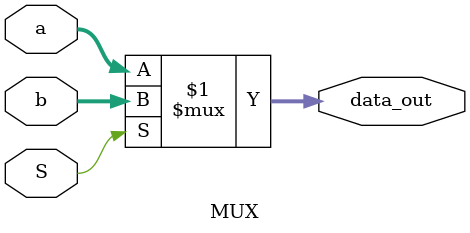
<source format=v>
module MUX(a,b,S,data_out);
  input [63:0] a, b;
  input S;
  output [63:0] data_out;
  
  assign data_out = S ? b : a;
  
endmodule
  
</source>
